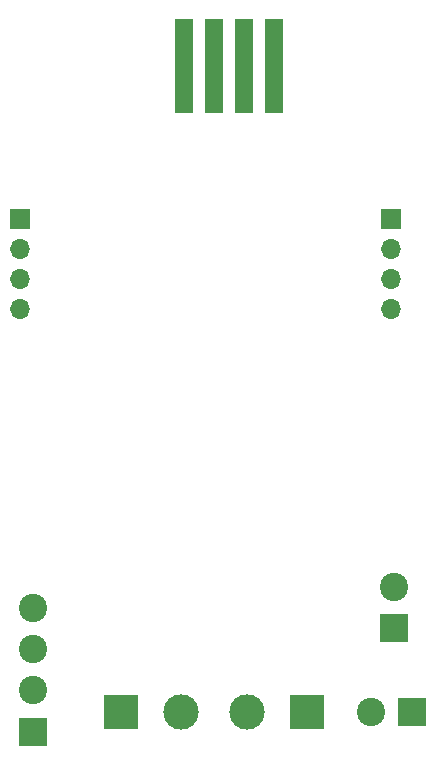
<source format=gbs>
G04 #@! TF.GenerationSoftware,KiCad,Pcbnew,6.0.10*
G04 #@! TF.CreationDate,2023-07-05T17:30:50-05:00*
G04 #@! TF.ProjectId,gas_control_board,6761735f-636f-46e7-9472-6f6c5f626f61,rev?*
G04 #@! TF.SameCoordinates,Original*
G04 #@! TF.FileFunction,Soldermask,Bot*
G04 #@! TF.FilePolarity,Negative*
%FSLAX46Y46*%
G04 Gerber Fmt 4.6, Leading zero omitted, Abs format (unit mm)*
G04 Created by KiCad (PCBNEW 6.0.10) date 2023-07-05 17:30:50*
%MOMM*%
%LPD*%
G01*
G04 APERTURE LIST*
%ADD10R,2.400000X2.400000*%
%ADD11C,2.400000*%
%ADD12R,3.000000X3.000000*%
%ADD13C,3.000000*%
%ADD14R,1.700000X1.700000*%
%ADD15O,1.700000X1.700000*%
%ADD16R,1.600000X8.000000*%
G04 APERTURE END LIST*
D10*
X39116000Y-51689000D03*
D11*
X39116000Y-48189000D03*
D12*
X16002000Y-58801000D03*
D13*
X21082000Y-58801000D03*
D14*
X38862000Y-17018000D03*
D15*
X38862000Y-19558000D03*
X38862000Y-22098000D03*
X38862000Y-24638000D03*
D14*
X7452000Y-17066000D03*
D15*
X7452000Y-19606000D03*
X7452000Y-22146000D03*
X7452000Y-24686000D03*
D12*
X31750000Y-58801000D03*
D13*
X26670000Y-58801000D03*
D10*
X8509000Y-60452000D03*
D11*
X8509000Y-56952000D03*
X8509000Y-53452000D03*
X8509000Y-49952000D03*
D10*
X40640000Y-58801000D03*
D11*
X37140000Y-58801000D03*
D16*
X28956000Y-4064000D03*
X26416000Y-4064000D03*
X23876000Y-4064000D03*
X21336000Y-4064000D03*
M02*

</source>
